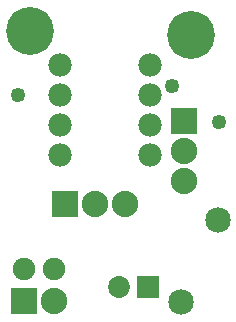
<source format=gbs>
G04 MADE WITH FRITZING*
G04 WWW.FRITZING.ORG*
G04 DOUBLE SIDED*
G04 HOLES PLATED*
G04 CONTOUR ON CENTER OF CONTOUR VECTOR*
%ASAXBY*%
%FSLAX23Y23*%
%MOIN*%
%OFA0B0*%
%SFA1.0B1.0*%
%ADD10C,0.088000*%
%ADD11C,0.078000*%
%ADD12C,0.075000*%
%ADD13C,0.049370*%
%ADD14C,0.085000*%
%ADD15C,0.072992*%
%ADD16C,0.159606*%
%ADD17R,0.088000X0.088000*%
%ADD18R,0.072992X0.072992*%
%LNMASK0*%
G90*
G70*
G54D10*
X108Y179D03*
X208Y179D03*
G54D11*
X227Y965D03*
X227Y865D03*
X227Y765D03*
X227Y665D03*
X527Y665D03*
X527Y765D03*
X527Y865D03*
X527Y965D03*
G54D10*
X245Y500D03*
X345Y500D03*
X445Y500D03*
G54D12*
X109Y285D03*
X209Y285D03*
G54D13*
X760Y776D03*
X89Y863D03*
G54D14*
X755Y449D03*
X631Y176D03*
G54D13*
X602Y894D03*
G54D15*
X523Y225D03*
X425Y225D03*
G54D10*
X642Y779D03*
X642Y679D03*
X642Y579D03*
G54D16*
X665Y1064D03*
X127Y1077D03*
G54D17*
X108Y179D03*
X245Y500D03*
G54D18*
X523Y225D03*
G54D17*
X642Y779D03*
G04 End of Mask0*
M02*
</source>
